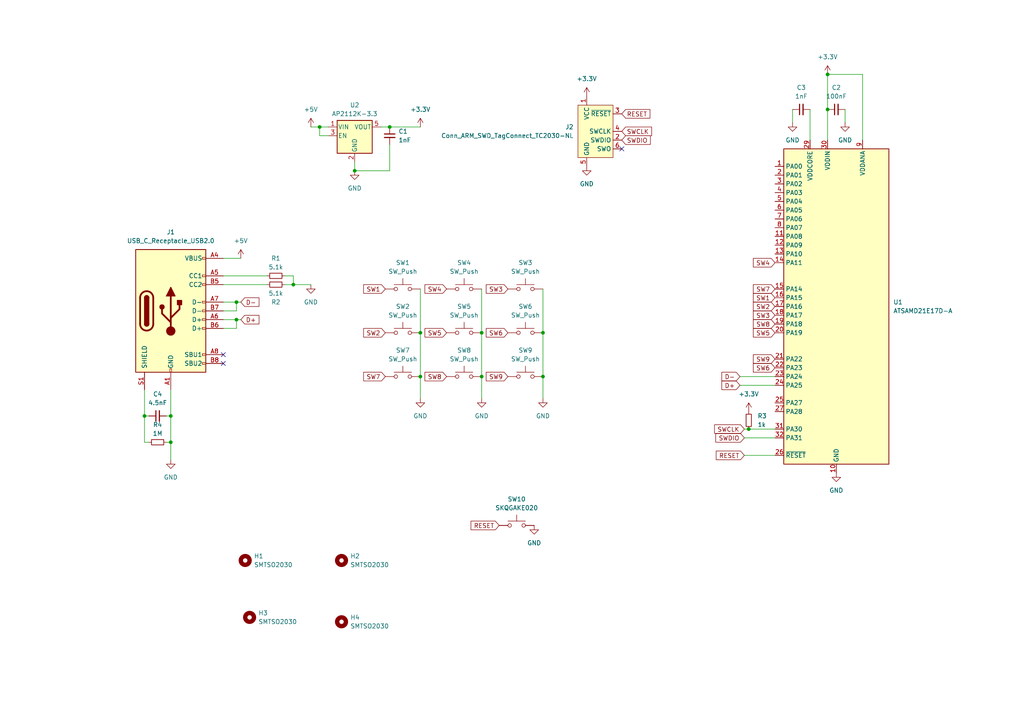
<source format=kicad_sch>
(kicad_sch (version 20230121) (generator eeschema)
  (paper "A4")
  (lib_symbols
    (symbol "Connector:Conn_ARM_SWD_TagConnect_TC2030-NL" (in_bom no)
      (property "Reference" "J" (at 2.54 11.43 0))
      (property "Value" "Conn_ARM_SWD_TagConnect_TC2030-NL" (at 2.54 8.89 0))
      (symbol "Conn_ARM_SWD_TagConnect_TC2030-NL_0_0"
        (pin power_in line (at -2.54 10.16 270) (length 2.54) (name "VCC") (number "1"))
        (pin bidirectional line (at 7.62 -2.54 180) (length 2.54) (name "SWDIO") (number "2"))
        (pin open_collector line (at 7.62 5.08 180) (length 2.54) (name "~{RESET}") (number "3"))
        (pin output line (at 7.62 0 180) (length 2.54) (name "SWCLK") (number "4"))
        (pin power_in line (at -2.54 -10.16 90) (length 2.54) (name "GND") (number "5"))
        (pin input line (at 7.62 -5.08 180) (length 2.54) (name "SWO") (number "6"))
      )
      (symbol "Conn_ARM_SWD_TagConnect_TC2030-NL_0_1"
        (rectangle (start -5.08 7.62) (end 5.08 -7.62) (fill (type background)))
      )
    )
    (symbol "Connector:USB_C_Receptacle_USB2.0" (pin_names (offset 1.016))
      (property "Reference" "J" (at -10.16 19.05 0))
      (property "Value" "USB_C_Receptacle_USB2.0" (at 19.05 19.05 0))
      (symbol "USB_C_Receptacle_USB2.0_0_0"
        (rectangle (start -0.254 -17.78) (end 0.254 -16.764))
        (rectangle (start 10.16 -14.986) (end 9.144 -15.494))
        (rectangle (start 10.16 -12.446) (end 9.144 -12.954))
        (rectangle (start 10.16 -4.826) (end 9.144 -5.334))
        (rectangle (start 10.16 -2.286) (end 9.144 -2.794))
        (rectangle (start 10.16 0.254) (end 9.144 -0.254))
        (rectangle (start 10.16 2.794) (end 9.144 2.286))
        (rectangle (start 10.16 7.874) (end 9.144 7.366))
        (rectangle (start 10.16 10.414) (end 9.144 9.906))
        (rectangle (start 10.16 15.494) (end 9.144 14.986))
      )
      (symbol "USB_C_Receptacle_USB2.0_0_1"
        (rectangle (start -10.16 17.78) (end 10.16 -17.78) (stroke (width 0.254)) (fill (type background)))
        (arc (start -8.89 -3.81) (mid -6.985 -5.7067) (end -5.08 -3.81) (stroke (width 0.508)))
        (arc (start -7.62 -3.81) (mid -6.985 -4.4423) (end -6.35 -3.81) (stroke (width 0.254)))
        (arc (start -7.62 -3.81) (mid -6.985 -4.4423) (end -6.35 -3.81) (stroke (width 0.254)) (fill (type outline)))
        (rectangle (start -7.62 -3.81) (end -6.35 3.81) (stroke (width 0.254)) (fill (type outline)))
        (arc (start -6.35 3.81) (mid -6.985 4.4423) (end -7.62 3.81) (stroke (width 0.254)))
        (arc (start -6.35 3.81) (mid -6.985 4.4423) (end -7.62 3.81) (stroke (width 0.254)) (fill (type outline)))
        (arc (start -5.08 3.81) (mid -6.985 5.7067) (end -8.89 3.81) (stroke (width 0.508)))
        (circle (center -2.54 1.143) (radius 0.635) (stroke (width 0.254)) (fill (type outline)))
        (circle (center 0 -5.842) (radius 1.27) (fill (type outline)))
        (polyline (pts (xy -8.89 -3.81) (xy -8.89 3.81)) (stroke (width 0.508)))
        (polyline (pts (xy -5.08 3.81) (xy -5.08 -3.81)) (stroke (width 0.508)))
        (polyline (pts (xy 0 -5.842) (xy 0 4.318)) (stroke (width 0.508)))
        (polyline (pts (xy 0 -3.302) (xy -2.54 -0.762) (xy -2.54 0.508)) (stroke (width 0.508)))
        (polyline (pts (xy 0 -2.032) (xy 2.54 0.508) (xy 2.54 1.778)) (stroke (width 0.508)))
        (polyline (pts (xy -1.27 4.318) (xy 0 6.858) (xy 1.27 4.318) (xy -1.27 4.318)) (stroke (width 0.254)) (fill (type outline)))
        (rectangle (start 1.905 1.778) (end 3.175 3.048) (stroke (width 0.254)) (fill (type outline)))
      )
      (symbol "USB_C_Receptacle_USB2.0_1_1"
        (pin passive line (at 0 -22.86 90) (length 5.08) (name "GND") (number "A1"))
        (pin passive line (at 0 -22.86 90) (length 5.08) hide (name "GND") (number "A12"))
        (pin passive line (at 15.24 15.24 180) (length 5.08) (name "VBUS") (number "A4"))
        (pin bidirectional line (at 15.24 10.16 180) (length 5.08) (name "CC1") (number "A5"))
        (pin bidirectional line (at 15.24 -2.54 180) (length 5.08) (name "D+") (number "A6"))
        (pin bidirectional line (at 15.24 2.54 180) (length 5.08) (name "D-") (number "A7"))
        (pin bidirectional line (at 15.24 -12.7 180) (length 5.08) (name "SBU1") (number "A8"))
        (pin passive line (at 15.24 15.24 180) (length 5.08) hide (name "VBUS") (number "A9"))
        (pin passive line (at 0 -22.86 90) (length 5.08) hide (name "GND") (number "B1"))
        (pin passive line (at 0 -22.86 90) (length 5.08) hide (name "GND") (number "B12"))
        (pin passive line (at 15.24 15.24 180) (length 5.08) hide (name "VBUS") (number "B4"))
        (pin bidirectional line (at 15.24 7.62 180) (length 5.08) (name "CC2") (number "B5"))
        (pin bidirectional line (at 15.24 -5.08 180) (length 5.08) (name "D+") (number "B6"))
        (pin bidirectional line (at 15.24 0 180) (length 5.08) (name "D-") (number "B7"))
        (pin bidirectional line (at 15.24 -15.24 180) (length 5.08) (name "SBU2") (number "B8"))
        (pin passive line (at 15.24 15.24 180) (length 5.08) hide (name "VBUS") (number "B9"))
        (pin passive line (at -7.62 -22.86 90) (length 5.08) (name "SHIELD") (number "S1"))
      )
    )
    (symbol "Device:C_Small" (pin_numbers hide) (pin_names (offset 0.254) hide)
      (property "Reference" "C" (at 0.254 1.778 0))
      (property "Value" "C_Small" (at 0.254 -2.032 0))
      (symbol "C_Small_0_1"
        (polyline (pts (xy -1.524 -0.508) (xy 1.524 -0.508)) (stroke (width 0.3302)))
        (polyline (pts (xy -1.524 0.508) (xy 1.524 0.508)) (stroke (width 0.3048)))
      )
      (symbol "C_Small_1_1"
        (pin passive line (at 0 2.54 270) (length 2.032) (name "~") (number "1"))
        (pin passive line (at 0 -2.54 90) (length 2.032) (name "~") (number "2"))
      )
    )
    (symbol "Device:R_Small" (pin_numbers hide) (pin_names (offset 0.254) hide)
      (property "Reference" "R" (at 0.762 0.508 0))
      (property "Value" "R_Small" (at 0.762 -1.016 0))
      (symbol "R_Small_0_1"
        (rectangle (start -0.762 1.778) (end 0.762 -1.778) (stroke (width 0.2032)))
      )
      (symbol "R_Small_1_1"
        (pin passive line (at 0 2.54 270) (length 0.762) (name "~") (number "1"))
        (pin passive line (at 0 -2.54 90) (length 0.762) (name "~") (number "2"))
      )
    )
    (symbol "MCU_Microchip_SAMD:ATSAMD21E17D-A"
      (property "Reference" "U" (at -13.97 46.99 0))
      (property "Value" "ATSAMD21E17D-A" (at 16.51 46.99 0))
      (symbol "ATSAMD21E17D-A_1_1"
        (rectangle (start -15.24 45.72) (end 15.24 -45.72) (stroke (width 0.254)) (fill (type background)))
        (pin bidirectional line (at -17.78 40.64 0) (length 2.54) (name "PA00") (number "1"))
        (pin power_in line (at 0 -48.26 90) (length 2.54) (name "GND") (number "10"))
        (pin bidirectional line (at -17.78 20.32 0) (length 2.54) (name "PA08") (number "11"))
        (pin bidirectional line (at -17.78 17.78 0) (length 2.54) (name "PA09") (number "12"))
        (pin bidirectional line (at -17.78 15.24 0) (length 2.54) (name "PA10") (number "13"))
        (pin bidirectional line (at -17.78 12.7 0) (length 2.54) (name "PA11") (number "14"))
        (pin bidirectional line (at -17.78 5.08 0) (length 2.54) (name "PA14") (number "15"))
        (pin bidirectional line (at -17.78 2.54 0) (length 2.54) (name "PA15") (number "16"))
        (pin bidirectional line (at -17.78 0 0) (length 2.54) (name "PA16") (number "17"))
        (pin bidirectional line (at -17.78 -2.54 0) (length 2.54) (name "PA17") (number "18"))
        (pin bidirectional line (at -17.78 -5.08 0) (length 2.54) (name "PA18") (number "19"))
        (pin bidirectional line (at -17.78 38.1 0) (length 2.54) (name "PA01") (number "2"))
        (pin bidirectional line (at -17.78 -7.62 0) (length 2.54) (name "PA19") (number "20"))
        (pin bidirectional line (at -17.78 -15.24 0) (length 2.54) (name "PA22") (number "21"))
        (pin bidirectional line (at -17.78 -17.78 0) (length 2.54) (name "PA23") (number "22"))
        (pin bidirectional line (at -17.78 -20.32 0) (length 2.54) (name "PA24") (number "23"))
        (pin bidirectional line (at -17.78 -22.86 0) (length 2.54) (name "PA25") (number "24"))
        (pin bidirectional line (at -17.78 -27.94 0) (length 2.54) (name "PA27") (number "25"))
        (pin input line (at -17.78 -43.18 0) (length 2.54) (name "~{RESET}") (number "26"))
        (pin bidirectional line (at -17.78 -30.48 0) (length 2.54) (name "PA28") (number "27"))
        (pin passive line (at 0 -48.26 90) (length 2.54) hide (name "GND") (number "28"))
        (pin power_out line (at -7.62 48.26 270) (length 2.54) (name "VDDCORE") (number "29"))
        (pin bidirectional line (at -17.78 35.56 0) (length 2.54) (name "PA02") (number "3"))
        (pin power_in line (at -2.54 48.26 270) (length 2.54) (name "VDDIN") (number "30"))
        (pin bidirectional line (at -17.78 -35.56 0) (length 2.54) (name "PA30") (number "31"))
        (pin bidirectional line (at -17.78 -38.1 0) (length 2.54) (name "PA31") (number "32"))
        (pin bidirectional line (at -17.78 33.02 0) (length 2.54) (name "PA03") (number "4"))
        (pin bidirectional line (at -17.78 30.48 0) (length 2.54) (name "PA04") (number "5"))
        (pin bidirectional line (at -17.78 27.94 0) (length 2.54) (name "PA05") (number "6"))
        (pin bidirectional line (at -17.78 25.4 0) (length 2.54) (name "PA06") (number "7"))
        (pin bidirectional line (at -17.78 22.86 0) (length 2.54) (name "PA07") (number "8"))
        (pin power_in line (at 7.62 48.26 270) (length 2.54) (name "VDDANA") (number "9"))
      )
    )
    (symbol "Mechanical:MountingHole" (pin_names (offset 1.016))
      (property "Reference" "H" (at 0 5.08 0))
      (property "Value" "MountingHole" (at 0 3.175 0))
      (symbol "MountingHole_0_1"
        (circle (center 0 0) (radius 1.27) (stroke (width 1.27)))
      )
    )
    (symbol "Regulator_Linear:AP2112K-3.3" (pin_names (offset 0.254))
      (property "Reference" "U" (at -5.08 5.715 0))
      (property "Value" "AP2112K-3.3" (at 0 5.715 0))
      (symbol "AP2112K-3.3_0_1"
        (rectangle (start -5.08 4.445) (end 5.08 -5.08) (stroke (width 0.254)) (fill (type background)))
      )
      (symbol "AP2112K-3.3_1_1"
        (pin power_in line (at -7.62 2.54 0) (length 2.54) (name "VIN") (number "1"))
        (pin power_in line (at 0 -7.62 90) (length 2.54) (name "GND") (number "2"))
        (pin input line (at -7.62 0 0) (length 2.54) (name "EN") (number "3"))
        (pin no_connect line (at 5.08 0 180) (length 2.54) hide (name "NC") (number "4"))
        (pin power_out line (at 7.62 2.54 180) (length 2.54) (name "VOUT") (number "5"))
      )
    )
    (symbol "Switch:SW_Push" (pin_numbers hide) (pin_names (offset 1.016) hide)
      (property "Reference" "SW" (at 1.27 2.54 0))
      (property "Value" "SW_Push" (at 0 -1.524 0))
      (symbol "SW_Push_0_1"
        (circle (center -2.032 0) (radius 0.508))
        (polyline (pts (xy 0 1.27) (xy 0 3.048)))
        (polyline (pts (xy 2.54 1.27) (xy -2.54 1.27)))
        (circle (center 2.032 0) (radius 0.508))
        (pin passive line (at -5.08 0 0) (length 2.54) (name "1") (number "1"))
        (pin passive line (at 5.08 0 180) (length 2.54) (name "2") (number "2"))
      )
    )
    (symbol "power:+3.3V" (power) (pin_names (offset 0))
      (property "Value" "+3.3V" (at 0 3.556 0))
      (symbol "+3.3V_0_1"
        (polyline (pts (xy -0.762 1.27) (xy 0 2.54)))
        (polyline (pts (xy 0 0) (xy 0 2.54)))
        (polyline (pts (xy 0 2.54) (xy 0.762 1.27)))
      )
      (symbol "+3.3V_1_1"
        (pin power_in line (at 0 0 90) (length 0) hide (name "+3.3V") (number "1"))
      )
    )
    (symbol "power:+5V" (power) (pin_names (offset 0))
      (property "Value" "+5V" (at 0 3.556 0))
      (symbol "+5V_0_1"
        (polyline (pts (xy -0.762 1.27) (xy 0 2.54)))
        (polyline (pts (xy 0 0) (xy 0 2.54)))
        (polyline (pts (xy 0 2.54) (xy 0.762 1.27)))
      )
      (symbol "+5V_1_1"
        (pin power_in line (at 0 0 90) (length 0) hide (name "+5V") (number "1"))
      )
    )
    (symbol "power:GND" (power) (pin_names (offset 0))
      (property "Value" "GND" (at 0 -3.81 0))
      (symbol "GND_0_1"
        (polyline (pts (xy 0 0) (xy 0 -1.27) (xy 1.27 -1.27) (xy 0 -2.54) (xy -1.27 -1.27) (xy 0 -1.27)))
      )
      (symbol "GND_1_1"
        (pin power_in line (at 0 0 270) (length 0) hide (name "GND") (number "1"))
      )
    )
  )
  (junction (at 92.71 36.83))
  (junction (at 49.53 128.27))
  (junction (at 157.48 109.22))
  (junction (at 139.7 96.52))
  (junction (at 113.03 36.83))
  (junction (at 121.92 109.22))
  (junction (at 217.17 124.46))
  (junction (at 139.7 109.22))
  (junction (at 240.03 31.75))
  (junction (at 121.92 96.52))
  (junction (at 68.58 87.63))
  (junction (at 68.58 92.71))
  (junction (at 49.53 120.65))
  (junction (at 41.91 120.65))
  (junction (at 85.09 82.55))
  (junction (at 240.03 21.59))
  (junction (at 157.48 96.52))
  (junction (at 102.87 49.53))
  (no_connect (at 64.77 102.87))
  (no_connect (at 180.34 43.18))
  (no_connect (at 64.77 105.41))
  (wire (pts (xy 113.03 49.53) (xy 113.03 41.91)))
  (wire (pts (xy 64.77 80.01) (xy 77.47 80.01)))
  (wire (pts (xy 68.58 87.63) (xy 69.85 87.63)))
  (wire (pts (xy 49.53 120.65) (xy 49.53 128.27)))
  (wire (pts (xy 240.03 21.59) (xy 240.03 31.75)))
  (wire (pts (xy 139.7 96.52) (xy 139.7 109.22)))
  (wire (pts (xy 41.91 128.27) (xy 43.18 128.27)))
  (wire (pts (xy 250.19 21.59) (xy 240.03 21.59)))
  (wire (pts (xy 113.03 36.83) (xy 121.92 36.83)))
  (wire (pts (xy 85.09 82.55) (xy 90.17 82.55)))
  (wire (pts (xy 139.7 83.82) (xy 139.7 96.52)))
  (wire (pts (xy 157.48 83.82) (xy 157.48 96.52)))
  (wire (pts (xy 229.87 31.75) (xy 229.87 35.56)))
  (wire (pts (xy 121.92 96.52) (xy 121.92 109.22)))
  (wire (pts (xy 92.71 36.83) (xy 95.25 36.83)))
  (wire (pts (xy 64.77 92.71) (xy 68.58 92.71)))
  (wire (pts (xy 92.71 39.37) (xy 92.71 36.83)))
  (wire (pts (xy 48.26 120.65) (xy 49.53 120.65)))
  (wire (pts (xy 64.77 87.63) (xy 68.58 87.63)))
  (wire (pts (xy 64.77 82.55) (xy 77.47 82.55)))
  (wire (pts (xy 82.55 80.01) (xy 85.09 80.01)))
  (wire (pts (xy 245.11 31.75) (xy 245.11 35.56)))
  (wire (pts (xy 41.91 113.03) (xy 41.91 120.65)))
  (wire (pts (xy 121.92 83.82) (xy 121.92 96.52)))
  (wire (pts (xy 157.48 109.22) (xy 157.48 115.57)))
  (wire (pts (xy 110.49 36.83) (xy 113.03 36.83)))
  (wire (pts (xy 64.77 90.17) (xy 68.58 90.17)))
  (wire (pts (xy 90.17 36.83) (xy 92.71 36.83)))
  (wire (pts (xy 41.91 120.65) (xy 43.18 120.65)))
  (wire (pts (xy 215.9 124.46) (xy 217.17 124.46)))
  (wire (pts (xy 64.77 95.25) (xy 68.58 95.25)))
  (wire (pts (xy 64.77 74.93) (xy 69.85 74.93)))
  (wire (pts (xy 215.9 127) (xy 224.79 127)))
  (wire (pts (xy 215.9 132.08) (xy 224.79 132.08)))
  (wire (pts (xy 214.63 111.76) (xy 224.79 111.76)))
  (wire (pts (xy 240.03 31.75) (xy 240.03 40.64)))
  (wire (pts (xy 214.63 109.22) (xy 224.79 109.22)))
  (wire (pts (xy 121.92 109.22) (xy 121.92 115.57)))
  (wire (pts (xy 85.09 80.01) (xy 85.09 82.55)))
  (wire (pts (xy 157.48 96.52) (xy 157.48 109.22)))
  (wire (pts (xy 102.87 46.99) (xy 102.87 49.53)))
  (wire (pts (xy 48.26 128.27) (xy 49.53 128.27)))
  (wire (pts (xy 250.19 40.64) (xy 250.19 21.59)))
  (wire (pts (xy 82.55 82.55) (xy 85.09 82.55)))
  (wire (pts (xy 41.91 120.65) (xy 41.91 128.27)))
  (wire (pts (xy 49.53 128.27) (xy 49.53 133.35)))
  (wire (pts (xy 68.58 95.25) (xy 68.58 92.71)))
  (wire (pts (xy 139.7 109.22) (xy 139.7 115.57)))
  (wire (pts (xy 95.25 39.37) (xy 92.71 39.37)))
  (wire (pts (xy 68.58 92.71) (xy 69.85 92.71)))
  (wire (pts (xy 217.17 124.46) (xy 224.79 124.46)))
  (wire (pts (xy 234.95 31.75) (xy 234.95 40.64)))
  (wire (pts (xy 49.53 113.03) (xy 49.53 120.65)))
  (wire (pts (xy 102.87 49.53) (xy 113.03 49.53)))
  (wire (pts (xy 68.58 90.17) (xy 68.58 87.63)))
  (global_label "SW5" (shape input) (at 224.79 96.52 180) (property "Intersheetrefs" "${INTERSHEET_REFS}" (effects hide)))
  (global_label "SW6" (shape input) (at 224.79 106.68 180) (property "Intersheetrefs" "${INTERSHEET_REFS}" (effects hide)))
  (global_label "SW9" (shape input) (at 224.79 104.14 180) (property "Intersheetrefs" "${INTERSHEET_REFS}" (effects hide)))
  (global_label "SW1" (shape input) (at 111.76 83.82 180) (property "Intersheetrefs" "${INTERSHEET_REFS}" (effects hide)))
  (global_label "SW8" (shape input) (at 224.79 93.98 180) (property "Intersheetrefs" "${INTERSHEET_REFS}" (effects hide)))
  (global_label "D+" (shape input) (at 69.85 92.71 0) (property "Intersheetrefs" "${INTERSHEET_REFS}" (effects hide)))
  (global_label "RESET" (shape input) (at 180.34 33.02 0) (property "Intersheetrefs" "${INTERSHEET_REFS}" (effects hide)))
  (global_label "SWDIO" (shape input) (at 180.34 40.64 0) (property "Intersheetrefs" "${INTERSHEET_REFS}" (effects hide)))
  (global_label "D-" (shape input) (at 214.63 109.22 180) (property "Intersheetrefs" "${INTERSHEET_REFS}" (effects hide)))
  (global_label "SW2" (shape input) (at 111.76 96.52 180) (property "Intersheetrefs" "${INTERSHEET_REFS}" (effects hide)))
  (global_label "SW8" (shape input) (at 129.54 109.22 180) (property "Intersheetrefs" "${INTERSHEET_REFS}" (effects hide)))
  (global_label "SWCLK" (shape input) (at 180.34 38.1 0) (property "Intersheetrefs" "${INTERSHEET_REFS}" (effects hide)))
  (global_label "RESET" (shape input) (at 215.9 132.08 180) (property "Intersheetrefs" "${INTERSHEET_REFS}" (effects hide)))
  (global_label "SW3" (shape input) (at 147.32 83.82 180) (property "Intersheetrefs" "${INTERSHEET_REFS}" (effects hide)))
  (global_label "SWDIO" (shape input) (at 215.9 127 180) (property "Intersheetrefs" "${INTERSHEET_REFS}" (effects hide)))
  (global_label "SW5" (shape input) (at 129.54 96.52 180) (property "Intersheetrefs" "${INTERSHEET_REFS}" (effects hide)))
  (global_label "SW1" (shape input) (at 224.79 86.36 180) (property "Intersheetrefs" "${INTERSHEET_REFS}" (effects hide)))
  (global_label "SW9" (shape input) (at 147.32 109.22 180) (property "Intersheetrefs" "${INTERSHEET_REFS}" (effects hide)))
  (global_label "SW3" (shape input) (at 224.79 91.44 180) (property "Intersheetrefs" "${INTERSHEET_REFS}" (effects hide)))
  (global_label "D+" (shape input) (at 214.63 111.76 180) (property "Intersheetrefs" "${INTERSHEET_REFS}" (effects hide)))
  (global_label "RESET" (shape input) (at 144.78 152.4 180) (property "Intersheetrefs" "${INTERSHEET_REFS}" (effects hide)))
  (global_label "SW4" (shape input) (at 129.54 83.82 180) (property "Intersheetrefs" "${INTERSHEET_REFS}" (effects hide)))
  (global_label "SW6" (shape input) (at 147.32 96.52 180) (property "Intersheetrefs" "${INTERSHEET_REFS}" (effects hide)))
  (global_label "SW7" (shape input) (at 224.79 83.82 180) (property "Intersheetrefs" "${INTERSHEET_REFS}" (effects hide)))
  (global_label "SW7" (shape input) (at 111.76 109.22 180) (property "Intersheetrefs" "${INTERSHEET_REFS}" (effects hide)))
  (global_label "SW4" (shape input) (at 224.79 76.2 180) (property "Intersheetrefs" "${INTERSHEET_REFS}" (effects hide)))
  (global_label "SW2" (shape input) (at 224.79 88.9 180) (property "Intersheetrefs" "${INTERSHEET_REFS}" (effects hide)))
  (global_label "SWCLK" (shape input) (at 215.9 124.46 180) (property "Intersheetrefs" "${INTERSHEET_REFS}" (effects hide)))
  (global_label "D-" (shape input) (at 69.85 87.63 0) (property "Intersheetrefs" "${INTERSHEET_REFS}" (effects hide)))
  (symbol (lib_id "Regulator_Linear:AP2112K-3.3") (at 102.87 39.37 0) (unit 1)
    (property "Reference" "U2" (at 102.87 30.48 0))
    (property "Value" "AP2112K-3.3" (at 102.87 33.02 0))
    (property "Footprint" "Package_TO_SOT_SMD:SOT-23-5" (effects hide))
    (property "Datasheet" "https://www.diodes.com/assets/Datasheets/AP2112.pdf" (effects hide))
    (property "LCSC Part Number" "C51118" (effects hide))
    (property "MPN" "AP2112K-3.3" (effects hide))
  )
  (symbol (lib_id "power:GND") (at 121.92 115.57 0) (unit 1)
    (property "Reference" "#PWR016" (effects hide))
    (property "Value" "GND" (at 121.92 120.65 0))
  )
  (symbol (lib_id "power:GND") (at 170.18 48.26 0) (unit 1)
    (property "Reference" "#PWR012" (effects hide))
    (property "Value" "GND" (at 170.18 53.34 0))
  )
  (symbol (lib_id "Mechanical:MountingHole") (at 71.12 162.56 0) (unit 1)
    (property "Reference" "H1" (at 73.66 161.29 0) (effects (justify left)))
    (property "Value" "SMTSO2030" (at 73.66 163.83 0) (effects (justify left)))
    (property "Footprint" "samd21pad:MountingHole_M2_Pad_NonPTH_TopOnly" (effects hide))
    (property "LCSC Part Number" "C2928170" (effects hide))
  )
  (symbol (lib_id "power:GND") (at 102.87 49.53 0) (unit 1)
    (property "Reference" "#PWR06" (effects hide))
    (property "Value" "GND" (at 102.87 54.61 0))
  )
  (symbol (lib_id "Switch:SW_Push") (at 134.62 96.52 0) (unit 1)
    (property "Reference" "SW5" (at 134.62 88.9 0))
    (property "Value" "SW_Push" (at 134.62 91.44 0))
    (property "Footprint" "PCM_marbastlib-mx:SW_MX_1u" (effects hide))
  )
  (symbol (lib_id "Switch:SW_Push") (at 116.84 83.82 0) (unit 1)
    (property "Reference" "SW1" (at 116.84 76.2 0))
    (property "Value" "SW_Push" (at 116.84 78.74 0))
    (property "Footprint" "PCM_marbastlib-mx:SW_MX_1u" (effects hide))
  )
  (symbol (lib_id "power:+3.3V") (at 240.03 21.59 0) (unit 1)
    (property "Reference" "#PWR01" (effects hide))
    (property "Value" "+3.3V" (at 240.03 16.51 0))
  )
  (symbol (lib_id "power:GND") (at 154.94 152.4 0) (unit 1)
    (property "Reference" "#PWR017" (effects hide))
    (property "Value" "GND" (at 154.94 157.48 0))
  )
  (symbol (lib_id "Device:C_Small") (at 45.72 120.65 90) (unit 1)
    (property "Reference" "C4" (at 45.7263 114.3 90))
    (property "Value" "4.5nF" (at 45.7263 116.84 90))
    (property "Footprint" "Capacitor_SMD:C_0805_2012Metric" (effects hide))
    (property "LCSC Part Number" "C129659" (effects hide))
  )
  (symbol (lib_id "Switch:SW_Push") (at 134.62 83.82 0) (unit 1)
    (property "Reference" "SW4" (at 134.62 76.2 0))
    (property "Value" "SW_Push" (at 134.62 78.74 0))
    (property "Footprint" "PCM_marbastlib-mx:SW_MX_1u" (effects hide))
  )
  (symbol (lib_id "Device:R_Small") (at 217.17 121.92 0) (unit 1)
    (property "Reference" "R3" (at 219.71 120.65 0) (effects (justify left)))
    (property "Value" "1k" (at 219.71 123.19 0) (effects (justify left)))
    (property "Footprint" "Resistor_SMD:R_0805_2012Metric" (effects hide))
  )
  (symbol (lib_id "power:GND") (at 139.7 115.57 0) (unit 1)
    (property "Reference" "#PWR015" (effects hide))
    (property "Value" "GND" (at 139.7 120.65 0))
  )
  (symbol (lib_id "Connector:USB_C_Receptacle_USB2.0") (at 49.53 90.17 0) (unit 1)
    (property "Reference" "J1" (at 49.53 67.31 0))
    (property "Value" "USB_C_Receptacle_USB2.0" (at 49.53 69.85 0))
    (property "Footprint" "samd21pad:USB_C_Receptacle_GT-USB-7010" (effects hide))
    (property "Datasheet" "https://www.usb.org/sites/default/files/documents/usb_type-c.zip" (effects hide))
    (property "LCSC Part Number" "C3001293" (effects hide))
  )
  (symbol (lib_id "Device:C_Small") (at 232.41 31.75 90) (unit 1)
    (property "Reference" "C3" (at 232.4163 25.4 90))
    (property "Value" "1nF" (at 232.4163 27.94 90))
    (property "Footprint" "Capacitor_SMD:C_0805_2012Metric" (effects hide))
    (property "LCSC Part Number" "C129637" (effects hide))
  )
  (symbol (lib_id "Mechanical:MountingHole") (at 99.06 162.56 0) (unit 1)
    (property "Reference" "H2" (at 101.6 161.29 0) (effects (justify left)))
    (property "Value" "SMTSO2030" (at 101.6 163.83 0) (effects (justify left)))
    (property "Footprint" "samd21pad:MountingHole_M2_Pad_NonPTH_TopOnly" (effects hide))
    (property "LCSC Part Number" "C2928170" (effects hide))
  )
  (symbol (lib_id "Mechanical:MountingHole") (at 99.06 180.34 0) (unit 1)
    (property "Reference" "H4" (at 101.6 179.07 0) (effects (justify left)))
    (property "Value" "SMTSO2030" (at 101.6 181.61 0) (effects (justify left)))
    (property "Footprint" "samd21pad:MountingHole_M2_Pad_NonPTH_TopOnly" (effects hide))
    (property "LCSC Part Number" "C2928170" (effects hide))
  )
  (symbol (lib_id "Switch:SW_Push") (at 134.62 109.22 0) (unit 1)
    (property "Reference" "SW8" (at 134.62 101.6 0))
    (property "Value" "SW_Push" (at 134.62 104.14 0))
    (property "Footprint" "PCM_marbastlib-mx:SW_MX_1u" (effects hide))
  )
  (symbol (lib_id "power:GND") (at 245.11 35.56 0) (unit 1)
    (property "Reference" "#PWR03" (effects hide))
    (property "Value" "GND" (at 245.11 40.64 0))
  )
  (symbol (lib_id "power:+5V") (at 69.85 74.93 0) (unit 1)
    (property "Reference" "#PWR08" (effects hide))
    (property "Value" "+5V" (at 69.85 69.85 0))
  )
  (symbol (lib_id "Connector:Conn_ARM_SWD_TagConnect_TC2030-NL") (at 172.72 38.1 0) (unit 1) (in_bom no)
    (property "Reference" "J2" (at 166.37 36.83 0) (effects (justify right)))
    (property "Value" "Conn_ARM_SWD_TagConnect_TC2030-NL" (at 166.37 39.37 0) (effects (justify right)))
    (property "Footprint" "Connector:Tag-Connect_TC2030-IDC-NL_2x03_P1.27mm_Vertical" (effects hide))
    (property "Datasheet" "https://www.tag-connect.com/wp-content/uploads/bsk-pdf-manager/TC2030-CTX_1.pdf" (effects hide))
  )
  (symbol (lib_id "Switch:SW_Push") (at 116.84 109.22 0) (unit 1)
    (property "Reference" "SW7" (at 116.84 101.6 0))
    (property "Value" "SW_Push" (at 116.84 104.14 0))
    (property "Footprint" "PCM_marbastlib-mx:SW_MX_1u" (effects hide))
  )
  (symbol (lib_id "power:GND") (at 242.57 137.16 0) (unit 1)
    (property "Reference" "#PWR04" (effects hide))
    (property "Value" "GND" (at 242.57 142.24 0))
  )
  (symbol (lib_id "Device:R_Small") (at 80.01 82.55 90) (unit 1)
    (property "Reference" "R2" (at 80.01 87.63 90))
    (property "Value" "5.1k" (at 80.01 85.09 90))
    (property "Footprint" "Resistor_SMD:R_0805_2012Metric" (effects hide))
  )
  (symbol (lib_id "Device:R_Small") (at 80.01 80.01 90) (unit 1)
    (property "Reference" "R1" (at 80.01 74.93 90))
    (property "Value" "5.1k" (at 80.01 77.47 90))
    (property "Footprint" "Resistor_SMD:R_0805_2012Metric" (effects hide))
  )
  (symbol (lib_id "power:GND") (at 157.48 115.57 0) (unit 1)
    (property "Reference" "#PWR014" (effects hide))
    (property "Value" "GND" (at 157.48 120.65 0))
  )
  (symbol (lib_id "Device:C_Small") (at 242.57 31.75 90) (unit 1)
    (property "Reference" "C2" (at 242.5763 25.4 90))
    (property "Value" "100nF" (at 242.5763 27.94 90))
    (property "Footprint" "Capacitor_SMD:C_0805_2012Metric" (effects hide))
    (property "LCSC Part Number" "C2169363" (effects hide))
  )
  (symbol (lib_id "power:+3.3V") (at 217.17 119.38 0) (unit 1)
    (property "Reference" "#PWR013" (effects hide))
    (property "Value" "+3.3V" (at 217.17 114.3 0))
  )
  (symbol (lib_id "Switch:SW_Push") (at 152.4 83.82 0) (unit 1)
    (property "Reference" "SW3" (at 152.4 76.2 0))
    (property "Value" "SW_Push" (at 152.4 78.74 0))
    (property "Footprint" "PCM_marbastlib-mx:SW_MX_1u" (effects hide))
  )
  (symbol (lib_id "power:GND") (at 90.17 82.55 0) (unit 1)
    (property "Reference" "#PWR010" (effects hide))
    (property "Value" "GND" (at 90.17 87.63 0))
  )
  (symbol (lib_id "power:+5V") (at 90.17 36.83 0) (unit 1)
    (property "Reference" "#PWR07" (effects hide))
    (property "Value" "+5V" (at 90.17 31.75 0))
  )
  (symbol (lib_id "Device:C_Small") (at 113.03 39.37 0) (unit 1)
    (property "Reference" "C1" (at 115.57 38.1063 0) (effects (justify left)))
    (property "Value" "1nF" (at 115.57 40.6463 0) (effects (justify left)))
    (property "Footprint" "Capacitor_SMD:C_0805_2012Metric" (effects hide))
    (property "LCSC Part Number" "C129637" (effects hide))
  )
  (symbol (lib_id "Device:R_Small") (at 45.72 128.27 270) (unit 1)
    (property "Reference" "R4" (at 45.72 123.19 90))
    (property "Value" "1M" (at 45.72 125.73 90))
    (property "Footprint" "Resistor_SMD:R_0805_2012Metric" (effects hide))
  )
  (symbol (lib_id "Switch:SW_Push") (at 116.84 96.52 0) (unit 1)
    (property "Reference" "SW2" (at 116.84 88.9 0))
    (property "Value" "SW_Push" (at 116.84 91.44 0))
    (property "Footprint" "PCM_marbastlib-mx:SW_MX_1u" (effects hide))
  )
  (symbol (lib_id "Switch:SW_Push") (at 152.4 109.22 0) (unit 1)
    (property "Reference" "SW9" (at 152.4 101.6 0))
    (property "Value" "SW_Push" (at 152.4 104.14 0))
    (property "Footprint" "PCM_marbastlib-mx:SW_MX_1u" (effects hide))
  )
  (symbol (lib_id "power:+3.3V") (at 170.18 27.94 0) (unit 1)
    (property "Reference" "#PWR011" (effects hide))
    (property "Value" "+3.3V" (at 170.18 22.86 0))
  )
  (symbol (lib_id "power:GND") (at 229.87 35.56 0) (unit 1)
    (property "Reference" "#PWR02" (effects hide))
    (property "Value" "GND" (at 229.87 40.64 0))
  )
  (symbol (lib_id "Switch:SW_Push") (at 152.4 96.52 0) (unit 1)
    (property "Reference" "SW6" (at 152.4 88.9 0))
    (property "Value" "SW_Push" (at 152.4 91.44 0))
    (property "Footprint" "PCM_marbastlib-mx:SW_MX_1u" (effects hide))
  )
  (symbol (lib_id "Mechanical:MountingHole") (at 72.39 179.07 0) (unit 1)
    (property "Reference" "H3" (at 74.93 177.8 0) (effects (justify left)))
    (property "Value" "SMTSO2030" (at 74.93 180.34 0) (effects (justify left)))
    (property "Footprint" "samd21pad:MountingHole_M2_Pad_NonPTH_TopOnly" (effects hide))
    (property "LCSC Part Number" "C2928170" (effects hide))
  )
  (symbol (lib_id "power:GND") (at 49.53 133.35 0) (unit 1)
    (property "Reference" "#PWR09" (effects hide))
    (property "Value" "GND" (at 49.53 138.43 0))
  )
  (symbol (lib_id "power:+3.3V") (at 121.92 36.83 0) (unit 1)
    (property "Reference" "#PWR05" (effects hide))
    (property "Value" "+3.3V" (at 121.92 31.75 0))
  )
  (symbol (lib_id "Switch:SW_Push") (at 149.86 152.4 0) (unit 1)
    (property "Reference" "SW10" (at 149.86 144.78 0))
    (property "Value" "SKQGAKE020" (at 149.86 147.32 0))
    (property "Footprint" "Button_Switch_SMD:SW_SPST_SKQG_WithStem" (effects hide))
    (property "LCSC Part Number" "C388858" (effects hide))
    (property "MPN" "SKQGAKE020" (effects hide))
  )
  (symbol (lib_id "MCU_Microchip_SAMD:ATSAMD21E17D-A") (at 242.57 88.9 0) (unit 1)
    (property "Reference" "U1" (at 259.08 87.63 0) (effects (justify left)))
    (property "Value" "ATSAMD21E17D-A" (at 259.08 90.17 0) (effects (justify left)))
    (property "Footprint" "Package_QFP:TQFP-32_7x7mm_P0.8mm" (effects hide))
    (property "Datasheet" "http://ww1.microchip.com/downloads/en/DeviceDoc/SAM_D21_DA1_Family_Data%20Sheet_DS40001882E.pdf" (effects hide))
    (property "MPN" "ATSAMD21E17D-A" (effects hide))
  )
)
</source>
